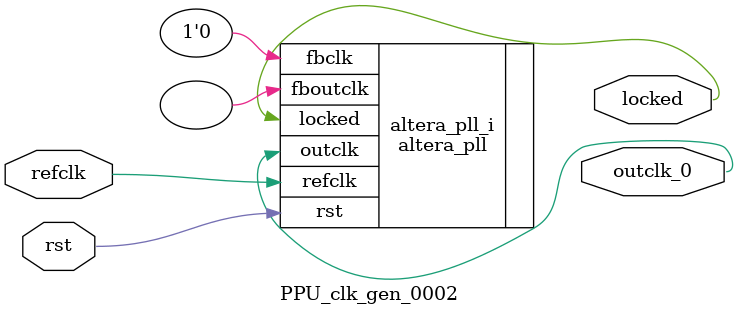
<source format=v>
`timescale 1ns/10ps
module  PPU_clk_gen_0002(

	// interface 'refclk'
	input wire refclk,

	// interface 'reset'
	input wire rst,

	// interface 'outclk0'
	output wire outclk_0,

	// interface 'locked'
	output wire locked
);

	altera_pll #(
		.fractional_vco_multiplier("false"),
		.reference_clock_frequency("50.0 MHz"),
		.operation_mode("direct"),
		.number_of_clocks(1),
		.output_clock_frequency0("5.368942 MHz"),
		.phase_shift0("0 ps"),
		.duty_cycle0(50),
		.output_clock_frequency1("0 MHz"),
		.phase_shift1("0 ps"),
		.duty_cycle1(50),
		.output_clock_frequency2("0 MHz"),
		.phase_shift2("0 ps"),
		.duty_cycle2(50),
		.output_clock_frequency3("0 MHz"),
		.phase_shift3("0 ps"),
		.duty_cycle3(50),
		.output_clock_frequency4("0 MHz"),
		.phase_shift4("0 ps"),
		.duty_cycle4(50),
		.output_clock_frequency5("0 MHz"),
		.phase_shift5("0 ps"),
		.duty_cycle5(50),
		.output_clock_frequency6("0 MHz"),
		.phase_shift6("0 ps"),
		.duty_cycle6(50),
		.output_clock_frequency7("0 MHz"),
		.phase_shift7("0 ps"),
		.duty_cycle7(50),
		.output_clock_frequency8("0 MHz"),
		.phase_shift8("0 ps"),
		.duty_cycle8(50),
		.output_clock_frequency9("0 MHz"),
		.phase_shift9("0 ps"),
		.duty_cycle9(50),
		.output_clock_frequency10("0 MHz"),
		.phase_shift10("0 ps"),
		.duty_cycle10(50),
		.output_clock_frequency11("0 MHz"),
		.phase_shift11("0 ps"),
		.duty_cycle11(50),
		.output_clock_frequency12("0 MHz"),
		.phase_shift12("0 ps"),
		.duty_cycle12(50),
		.output_clock_frequency13("0 MHz"),
		.phase_shift13("0 ps"),
		.duty_cycle13(50),
		.output_clock_frequency14("0 MHz"),
		.phase_shift14("0 ps"),
		.duty_cycle14(50),
		.output_clock_frequency15("0 MHz"),
		.phase_shift15("0 ps"),
		.duty_cycle15(50),
		.output_clock_frequency16("0 MHz"),
		.phase_shift16("0 ps"),
		.duty_cycle16(50),
		.output_clock_frequency17("0 MHz"),
		.phase_shift17("0 ps"),
		.duty_cycle17(50),
		.pll_type("General"),
		.pll_subtype("General")
	) altera_pll_i (
		.rst	(rst),
		.outclk	({outclk_0}),
		.locked	(locked),
		.fboutclk	( ),
		.fbclk	(1'b0),
		.refclk	(refclk)
	);
endmodule


</source>
